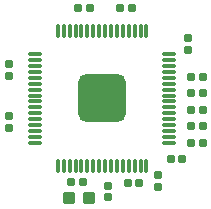
<source format=gbr>
%TF.GenerationSoftware,KiCad,Pcbnew,8.99.0-unknown-4e8e14ae3a~177~ubuntu22.04.1*%
%TF.CreationDate,2024-03-17T18:05:33+10:00*%
%TF.ProjectId,AVEFlex,41564546-6c65-4782-9e6b-696361645f70,rev?*%
%TF.SameCoordinates,Original*%
%TF.FileFunction,Paste,Top*%
%TF.FilePolarity,Positive*%
%FSLAX46Y46*%
G04 Gerber Fmt 4.6, Leading zero omitted, Abs format (unit mm)*
G04 Created by KiCad (PCBNEW 8.99.0-unknown-4e8e14ae3a~177~ubuntu22.04.1) date 2024-03-17 18:05:33*
%MOMM*%
%LPD*%
G01*
G04 APERTURE LIST*
G04 Aperture macros list*
%AMRoundRect*
0 Rectangle with rounded corners*
0 $1 Rounding radius*
0 $2 $3 $4 $5 $6 $7 $8 $9 X,Y pos of 4 corners*
0 Add a 4 corners polygon primitive as box body*
4,1,4,$2,$3,$4,$5,$6,$7,$8,$9,$2,$3,0*
0 Add four circle primitives for the rounded corners*
1,1,$1+$1,$2,$3*
1,1,$1+$1,$4,$5*
1,1,$1+$1,$6,$7*
1,1,$1+$1,$8,$9*
0 Add four rect primitives between the rounded corners*
20,1,$1+$1,$2,$3,$4,$5,0*
20,1,$1+$1,$4,$5,$6,$7,0*
20,1,$1+$1,$6,$7,$8,$9,0*
20,1,$1+$1,$8,$9,$2,$3,0*%
G04 Aperture macros list end*
%ADD10RoundRect,0.101600X0.198400X0.248400X-0.198400X0.248400X-0.198400X-0.248400X0.198400X-0.248400X0*%
%ADD11RoundRect,0.101600X-0.198400X-0.248400X0.198400X-0.248400X0.198400X0.248400X-0.198400X0.248400X0*%
%ADD12RoundRect,0.101600X0.248400X-0.198400X0.248400X0.198400X-0.248400X0.198400X-0.248400X-0.198400X0*%
%ADD13RoundRect,0.101600X-0.248400X0.198400X-0.248400X-0.198400X0.248400X-0.198400X0.248400X0.198400X0*%
%ADD14RoundRect,0.150000X0.350000X0.350000X-0.350000X0.350000X-0.350000X-0.350000X0.350000X-0.350000X0*%
%ADD15RoundRect,0.600000X-1.400000X1.400000X-1.400000X-1.400000X1.400000X-1.400000X1.400000X1.400000X0*%
%ADD16RoundRect,0.101600X-0.498400X0.048400X-0.498400X-0.048400X0.498400X-0.048400X0.498400X0.048400X0*%
%ADD17RoundRect,0.101600X-0.048400X0.498400X-0.048400X-0.498400X0.048400X-0.498400X0.048400X0.498400X0*%
G04 APERTURE END LIST*
D10*
%TO.C,C2*%
X149143358Y-102082597D03*
X150143358Y-102082597D03*
%TD*%
D11*
%TO.C,R5*%
X156113904Y-107866059D03*
X155113904Y-107866059D03*
%TD*%
%TO.C,R4*%
X156113904Y-109263059D03*
X155113904Y-109263059D03*
%TD*%
%TO.C,R3*%
X156113904Y-112057059D03*
X155113904Y-112057059D03*
%TD*%
%TO.C,R2*%
X156113904Y-113454059D03*
X155113904Y-113454059D03*
%TD*%
D12*
%TO.C,C11*%
X154851904Y-104572059D03*
X154851904Y-105572059D03*
%TD*%
D13*
%TO.C,C5*%
X139739898Y-112163481D03*
X139739898Y-111163481D03*
%TD*%
D14*
%TO.C,C1*%
X144805558Y-118135403D03*
X146505558Y-118135403D03*
%TD*%
D10*
%TO.C,C3*%
X145587361Y-102082603D03*
X146587361Y-102082603D03*
%TD*%
D13*
%TO.C,C4*%
X139740448Y-107799519D03*
X139740448Y-106799519D03*
%TD*%
D10*
%TO.C,C6*%
X144977758Y-116763800D03*
X145977758Y-116763800D03*
%TD*%
D13*
%TO.C,C7*%
X148119361Y-118076603D03*
X148119361Y-117076603D03*
%TD*%
D10*
%TO.C,C8*%
X149772167Y-116881513D03*
X150772167Y-116881513D03*
%TD*%
%TO.C,C9*%
X153409564Y-114792641D03*
X154409564Y-114792641D03*
%TD*%
D11*
%TO.C,C10*%
X156113904Y-110660059D03*
X155113904Y-110660059D03*
%TD*%
D13*
%TO.C,R1*%
X152370142Y-117212700D03*
X152370142Y-116212700D03*
%TD*%
D15*
%TO.C,IC1*%
X147611358Y-109702603D03*
D16*
X153311358Y-105952603D03*
X153311358Y-106452603D03*
X153311358Y-106952603D03*
X153311358Y-107452603D03*
X153311358Y-107952603D03*
X153311358Y-108452603D03*
X153311358Y-108952603D03*
X153311358Y-109452603D03*
X153311358Y-109952603D03*
X153311358Y-110452603D03*
X153311358Y-110952603D03*
X153311358Y-111452603D03*
X153311358Y-111952603D03*
X153311358Y-112452603D03*
X153311358Y-112952603D03*
X153311358Y-113452603D03*
D17*
X151361358Y-115402603D03*
X150861358Y-115402603D03*
X150361358Y-115402603D03*
X149861358Y-115402603D03*
X149361358Y-115402603D03*
X148861358Y-115402603D03*
X148361358Y-115402603D03*
X147861358Y-115402603D03*
X147361358Y-115402603D03*
X146861358Y-115402603D03*
X146361358Y-115402603D03*
X145861358Y-115402603D03*
X145361358Y-115402603D03*
X144861358Y-115402603D03*
X144361358Y-115402603D03*
X143861358Y-115402603D03*
D16*
X141911358Y-113452603D03*
X141911358Y-112952603D03*
X141911358Y-112452603D03*
X141911358Y-111952603D03*
X141911358Y-111452603D03*
X141911358Y-110952603D03*
X141911358Y-110452603D03*
X141911358Y-109952603D03*
X141911358Y-109452603D03*
X141911358Y-108952603D03*
X141911358Y-108452603D03*
X141911358Y-107952603D03*
X141911358Y-107452603D03*
X141911358Y-106952603D03*
X141911358Y-106452603D03*
X141911358Y-105952603D03*
D17*
X143861358Y-104002603D03*
X144361358Y-104002603D03*
X144861358Y-104002603D03*
X145361358Y-104002603D03*
X145861358Y-104002603D03*
X146361358Y-104002603D03*
X146861358Y-104002603D03*
X147361358Y-104002603D03*
X147861358Y-104002603D03*
X148361358Y-104002603D03*
X148861358Y-104002603D03*
X149361358Y-104002603D03*
X149861358Y-104002603D03*
X150361358Y-104002603D03*
X150861358Y-104002603D03*
X151361358Y-104002603D03*
%TD*%
M02*

</source>
